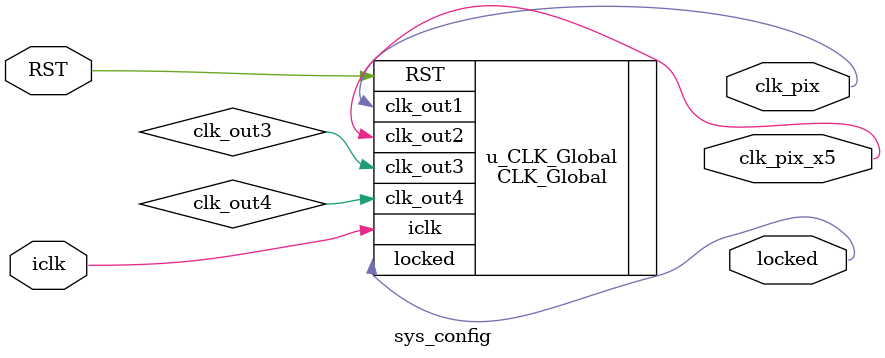
<source format=v>
module sys_config(
    input   iclk,
    input   RST,
    output  clk_pix,
    output  clk_pix_x5,
    output  locked
);

reg rst_s1, rst_s2;

always @ (posedge iclk or negedge RST) begin
    if (RST)begin 
        rst_s1 <= 1'b0;
        rst_s2 <= 1'b0;
    end
    else begin
        rst_s1 <= 1'b1;
        rst_s2 <= rst_s1;
    end
end
assign rst_n = rst_s2; 

wire 	clk_out3;
wire 	clk_out4;

CLK_Global #(
	.Mult         		( 59.375     	),
	.DIVCLK_DIV   		( 4      		),
	.CLKIN_PERIOD 		( 20.000 		),

	.CLKOUT0_DIV  		( 10      		),
	.CLK0_PHASE   		( 0.0    		),

	.CLKOUT1_DIV  		( 2      		),
	.CLK1_PHASE   		( 0.0    		),

	.CLKOUT2_DIV  		( 20      		),
	.CLK2_PHASE   		( 0.0    		),

	.CLKOUT3_DIV  		( 20     		),
	.CLK3_PHASE   		( 0.0    		))
u_CLK_Global(
	//ports
	.iclk   		( iclk   		),
	.RST    		( RST    		),
	.clk_out1 		( clk_pix 	    ),
	.clk_out2 		( clk_pix_x5    ),
	.clk_out3 		( clk_out3 		),
	.clk_out4 		( clk_out4 		),
	.locked   		( locked   		)
);


endmodule  //sys_config
</source>
